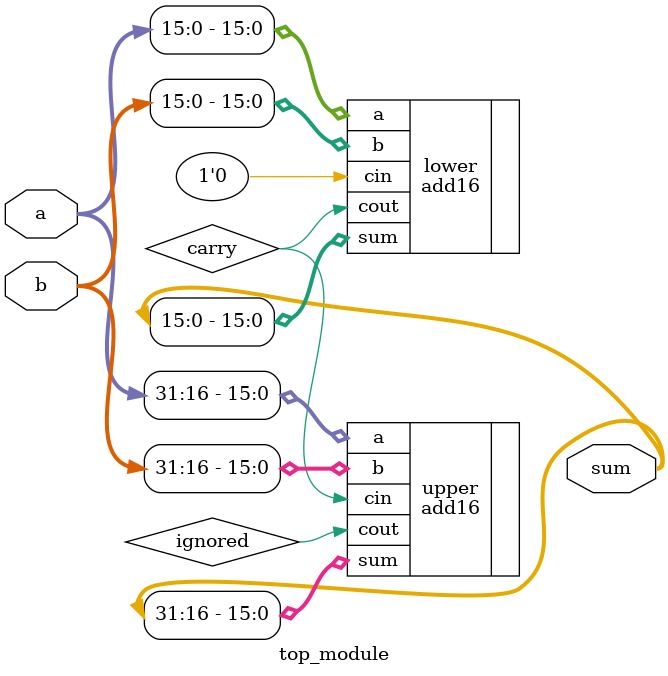
<source format=v>
module top_module(
    input [31:0] a,
    input [31:0] b,
    output [31:0] sum
);
    wire carry, ignored;
    add16 lower (.cin(1'b0), .cout(carry), .a(a[15:0]), .b(b[15:0]), .sum(sum[15:0]));
    add16 upper (.cin(carry), .cout(ignored), .a(a[31:16]), .b(b[31:16]), .sum(sum[31:16]));

endmodule

</source>
